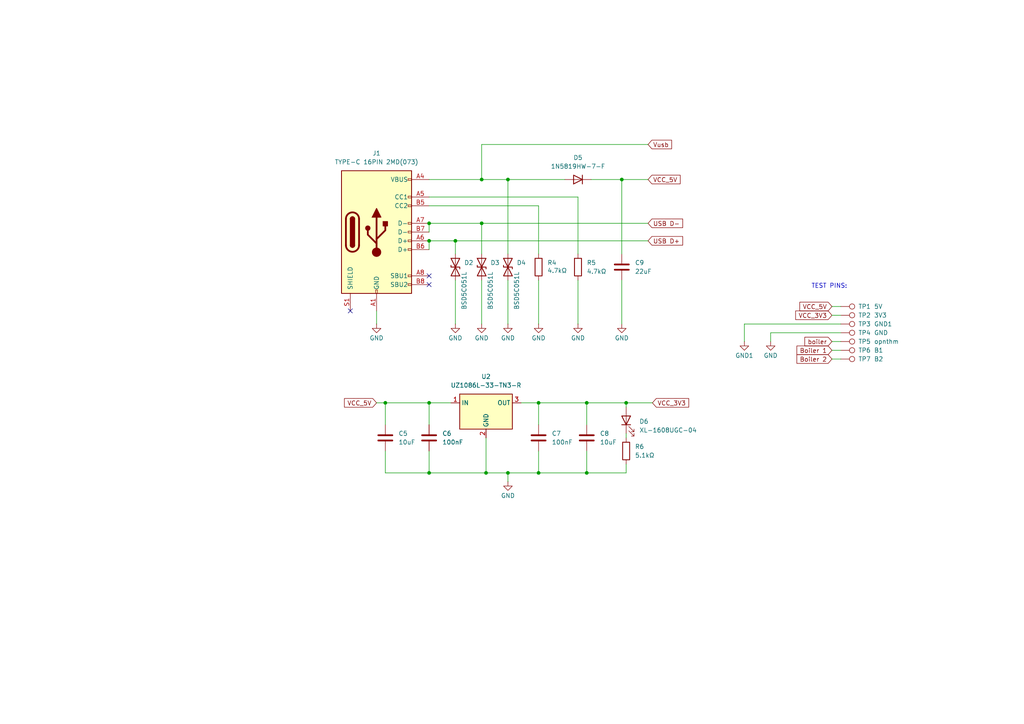
<source format=kicad_sch>
(kicad_sch (version 20231120) (generator "eeschema") (generator_version "8.0")
  (paper "A4")
  (lib_symbols
    (symbol "Connector:TestPoint" (pin_numbers hide) (pin_names (offset 0.762) hide)
      (property "Reference" "TP" (at 0 6.858 0))
      (property "Value" "TestPoint" (at 0 5.08 0))
      (symbol "TestPoint_0_1"
        (circle (center 0 3.302) (radius 0.762))
      )
      (symbol "TestPoint_1_1"
        (pin passive line (at 0 0 90) (length 2.54) (name "1") (number "1"))
      )
    )
    (symbol "Connector:USB_C_Receptacle_USB2.0_16P" (pin_names (offset 1.016))
      (property "Reference" "J" (at 0 22.225 0))
      (property "Value" "USB_C_Receptacle_USB2.0_16P" (at 0 19.685 0))
      (symbol "USB_C_Receptacle_USB2.0_16P_0_0"
        (rectangle (start -0.254 -17.78) (end 0.254 -16.764))
        (rectangle (start 10.16 -14.986) (end 9.144 -15.494))
        (rectangle (start 10.16 -12.446) (end 9.144 -12.954))
        (rectangle (start 10.16 -4.826) (end 9.144 -5.334))
        (rectangle (start 10.16 -2.286) (end 9.144 -2.794))
        (rectangle (start 10.16 0.254) (end 9.144 -0.254))
        (rectangle (start 10.16 2.794) (end 9.144 2.286))
        (rectangle (start 10.16 7.874) (end 9.144 7.366))
        (rectangle (start 10.16 10.414) (end 9.144 9.906))
        (rectangle (start 10.16 15.494) (end 9.144 14.986))
      )
      (symbol "USB_C_Receptacle_USB2.0_16P_0_1"
        (rectangle (start -10.16 17.78) (end 10.16 -17.78) (stroke (width 0.254)) (fill (type background)))
        (arc (start -8.89 -3.81) (mid -6.985 -5.7067) (end -5.08 -3.81) (stroke (width 0.508)))
        (arc (start -7.62 -3.81) (mid -6.985 -4.4423) (end -6.35 -3.81) (stroke (width 0.254)))
        (arc (start -7.62 -3.81) (mid -6.985 -4.4423) (end -6.35 -3.81) (stroke (width 0.254)) (fill (type outline)))
        (rectangle (start -7.62 -3.81) (end -6.35 3.81) (stroke (width 0.254)) (fill (type outline)))
        (arc (start -6.35 3.81) (mid -6.985 4.4423) (end -7.62 3.81) (stroke (width 0.254)))
        (arc (start -6.35 3.81) (mid -6.985 4.4423) (end -7.62 3.81) (stroke (width 0.254)) (fill (type outline)))
        (arc (start -5.08 3.81) (mid -6.985 5.7067) (end -8.89 3.81) (stroke (width 0.508)))
        (circle (center -2.54 1.143) (radius 0.635) (stroke (width 0.254)) (fill (type outline)))
        (circle (center 0 -5.842) (radius 1.27) (fill (type outline)))
        (polyline (pts (xy -8.89 -3.81) (xy -8.89 3.81)) (stroke (width 0.508)))
        (polyline (pts (xy -5.08 3.81) (xy -5.08 -3.81)) (stroke (width 0.508)))
        (polyline (pts (xy 0 -5.842) (xy 0 4.318)) (stroke (width 0.508)))
        (polyline (pts (xy 0 -3.302) (xy -2.54 -0.762) (xy -2.54 0.508)) (stroke (width 0.508)))
        (polyline (pts (xy 0 -2.032) (xy 2.54 0.508) (xy 2.54 1.778)) (stroke (width 0.508)))
        (polyline (pts (xy -1.27 4.318) (xy 0 6.858) (xy 1.27 4.318) (xy -1.27 4.318)) (stroke (width 0.254)) (fill (type outline)))
        (rectangle (start 1.905 1.778) (end 3.175 3.048) (stroke (width 0.254)) (fill (type outline)))
      )
      (symbol "USB_C_Receptacle_USB2.0_16P_1_1"
        (pin passive line (at 0 -22.86 90) (length 5.08) (name "GND") (number "A1"))
        (pin passive line (at 0 -22.86 90) (length 5.08) hide (name "GND") (number "A12"))
        (pin passive line (at 15.24 15.24 180) (length 5.08) (name "VBUS") (number "A4"))
        (pin bidirectional line (at 15.24 10.16 180) (length 5.08) (name "CC1") (number "A5"))
        (pin bidirectional line (at 15.24 -2.54 180) (length 5.08) (name "D+") (number "A6"))
        (pin bidirectional line (at 15.24 2.54 180) (length 5.08) (name "D-") (number "A7"))
        (pin bidirectional line (at 15.24 -12.7 180) (length 5.08) (name "SBU1") (number "A8"))
        (pin passive line (at 15.24 15.24 180) (length 5.08) hide (name "VBUS") (number "A9"))
        (pin passive line (at 0 -22.86 90) (length 5.08) hide (name "GND") (number "B1"))
        (pin passive line (at 0 -22.86 90) (length 5.08) hide (name "GND") (number "B12"))
        (pin passive line (at 15.24 15.24 180) (length 5.08) hide (name "VBUS") (number "B4"))
        (pin bidirectional line (at 15.24 7.62 180) (length 5.08) (name "CC2") (number "B5"))
        (pin bidirectional line (at 15.24 -5.08 180) (length 5.08) (name "D+") (number "B6"))
        (pin bidirectional line (at 15.24 0 180) (length 5.08) (name "D-") (number "B7"))
        (pin bidirectional line (at 15.24 -15.24 180) (length 5.08) (name "SBU2") (number "B8"))
        (pin passive line (at 15.24 15.24 180) (length 5.08) hide (name "VBUS") (number "B9"))
        (pin passive line (at -7.62 -22.86 90) (length 5.08) (name "SHIELD") (number "S1"))
      )
    )
    (symbol "Device:C" (pin_numbers hide) (pin_names (offset 0.254))
      (property "Reference" "C" (at 0.635 2.54 0))
      (property "Value" "C" (at 0.635 -2.54 0))
      (symbol "C_0_1"
        (polyline (pts (xy -2.032 -0.762) (xy 2.032 -0.762)) (stroke (width 0.508)))
        (polyline (pts (xy -2.032 0.762) (xy 2.032 0.762)) (stroke (width 0.508)))
      )
      (symbol "C_1_1"
        (pin passive line (at 0 3.81 270) (length 2.794) (name "~") (number "1"))
        (pin passive line (at 0 -3.81 90) (length 2.794) (name "~") (number "2"))
      )
    )
    (symbol "Device:D" (pin_numbers hide) (pin_names (offset 1.016) hide)
      (property "Reference" "D" (at 0 2.54 0))
      (property "Value" "D" (at 0 -2.54 0))
      (symbol "D_0_1"
        (polyline (pts (xy -1.27 1.27) (xy -1.27 -1.27)) (stroke (width 0.254)))
        (polyline (pts (xy 1.27 0) (xy -1.27 0)))
        (polyline (pts (xy 1.27 1.27) (xy 1.27 -1.27) (xy -1.27 0) (xy 1.27 1.27)) (stroke (width 0.254)))
      )
      (symbol "D_1_1"
        (pin passive line (at -3.81 0 0) (length 2.54) (name "K") (number "1"))
        (pin passive line (at 3.81 0 180) (length 2.54) (name "A") (number "2"))
      )
    )
    (symbol "Device:LED" (pin_numbers hide) (pin_names (offset 1.016) hide)
      (property "Reference" "D" (at 0 2.54 0))
      (property "Value" "LED" (at 0 -2.54 0))
      (symbol "LED_0_1"
        (polyline (pts (xy -1.27 -1.27) (xy -1.27 1.27)) (stroke (width 0.254)))
        (polyline (pts (xy -1.27 0) (xy 1.27 0)))
        (polyline (pts (xy 1.27 -1.27) (xy 1.27 1.27) (xy -1.27 0) (xy 1.27 -1.27)) (stroke (width 0.254)))
        (polyline (pts (xy -3.048 -0.762) (xy -4.572 -2.286) (xy -3.81 -2.286) (xy -4.572 -2.286) (xy -4.572 -1.524)))
        (polyline (pts (xy -1.778 -0.762) (xy -3.302 -2.286) (xy -2.54 -2.286) (xy -3.302 -2.286) (xy -3.302 -1.524)))
      )
      (symbol "LED_1_1"
        (pin passive line (at -3.81 0 0) (length 2.54) (name "K") (number "1"))
        (pin passive line (at 3.81 0 180) (length 2.54) (name "A") (number "2"))
      )
    )
    (symbol "Device:R" (pin_numbers hide) (pin_names (offset 0))
      (property "Reference" "R" (at 2.032 0 90))
      (property "Value" "R" (at 0 0 90))
      (symbol "R_0_1"
        (rectangle (start -1.016 -2.54) (end 1.016 2.54) (stroke (width 0.254)))
      )
      (symbol "R_1_1"
        (pin passive line (at 0 3.81 270) (length 1.27) (name "~") (number "1"))
        (pin passive line (at 0 -3.81 90) (length 1.27) (name "~") (number "2"))
      )
    )
    (symbol "Diode:5KPxxCA" (pin_numbers hide) (pin_names (offset 1.016) hide)
      (property "Reference" "D" (at 0 2.54 0))
      (property "Value" "5KPxxCA" (at 0 -2.54 0))
      (symbol "5KPxxCA_0_1"
        (polyline (pts (xy 1.27 0) (xy -1.27 0)))
        (polyline (pts (xy -2.54 -1.27) (xy 0 0) (xy -2.54 1.27) (xy -2.54 -1.27)) (stroke (width 0.254)))
        (polyline (pts (xy 0.508 1.27) (xy 0 1.27) (xy 0 -1.27) (xy -0.508 -1.27)) (stroke (width 0.254)))
        (polyline (pts (xy 2.54 1.27) (xy 2.54 -1.27) (xy 0 0) (xy 2.54 1.27)) (stroke (width 0.254)))
      )
      (symbol "5KPxxCA_1_1"
        (pin passive line (at -3.81 0 0) (length 2.54) (name "A1") (number "1"))
        (pin passive line (at 3.81 0 180) (length 2.54) (name "A2") (number "2"))
      )
    )
    (symbol "Regulator_Linear:LT1963AxST-1.5"
      (property "Reference" "U" (at -7.62 6.35 0))
      (property "Value" "LT1963AxST-1.5" (at -1.27 6.35 0))
      (symbol "LT1963AxST-1.5_0_1"
        (rectangle (start -7.62 5.08) (end 7.62 -5.08) (stroke (width 0.254)) (fill (type background)))
      )
      (symbol "LT1963AxST-1.5_1_1"
        (pin power_in line (at -10.16 2.54 0) (length 2.54) (name "IN") (number "1"))
        (pin power_in line (at 0 -7.62 90) (length 2.54) (name "GND") (number "2"))
        (pin power_out line (at 10.16 2.54 180) (length 2.54) (name "OUT") (number "3"))
      )
    )
    (symbol "power:GND" (power) (pin_numbers hide) (pin_names (offset 0) hide)
      (property "Value" "GND" (at 0 -3.81 0))
      (symbol "GND_0_1"
        (polyline (pts (xy 0 0) (xy 0 -1.27) (xy 1.27 -1.27) (xy 0 -2.54) (xy -1.27 -1.27) (xy 0 -1.27)))
      )
      (symbol "GND_1_1"
        (pin power_in line (at 0 0 270) (length 0) (name "~") (number "1"))
      )
    )
  )
  (junction (at 124.46 64.77))
  (junction (at 139.7 64.77))
  (junction (at 180.34 52.07))
  (junction (at 124.46 137.16))
  (junction (at 140.97 137.16))
  (junction (at 156.21 137.16))
  (junction (at 147.32 137.16))
  (junction (at 181.61 116.84))
  (junction (at 139.7 52.07))
  (junction (at 132.08 69.85))
  (junction (at 170.18 137.16))
  (junction (at 156.21 116.84))
  (junction (at 124.46 116.84))
  (junction (at 170.18 116.84))
  (junction (at 147.32 52.07))
  (junction (at 111.76 116.84))
  (junction (at 124.46 69.85))
  (no_connect (at 124.46 80.01))
  (no_connect (at 124.46 82.55))
  (no_connect (at 101.6 90.17))
  (wire (pts (xy 156.21 137.16) (xy 170.18 137.16)))
  (wire (pts (xy 223.52 99.06) (xy 223.52 96.52)))
  (wire (pts (xy 139.7 64.77) (xy 187.96 64.77)))
  (wire (pts (xy 111.76 123.19) (xy 111.76 116.84)))
  (wire (pts (xy 140.97 127) (xy 140.97 137.16)))
  (wire (pts (xy 181.61 125.73) (xy 181.61 127)))
  (wire (pts (xy 170.18 130.81) (xy 170.18 137.16)))
  (wire (pts (xy 156.21 59.69) (xy 124.46 59.69)))
  (wire (pts (xy 170.18 116.84) (xy 181.61 116.84)))
  (wire (pts (xy 241.3 88.9) (xy 243.84 88.9)))
  (wire (pts (xy 181.61 116.84) (xy 189.23 116.84)))
  (wire (pts (xy 111.76 137.16) (xy 111.76 130.81)))
  (wire (pts (xy 147.32 73.66) (xy 147.32 52.07)))
  (wire (pts (xy 139.7 41.91) (xy 139.7 52.07)))
  (wire (pts (xy 180.34 52.07) (xy 187.96 52.07)))
  (wire (pts (xy 139.7 64.77) (xy 124.46 64.77)))
  (wire (pts (xy 180.34 81.28) (xy 180.34 93.98)))
  (wire (pts (xy 139.7 81.28) (xy 139.7 93.98)))
  (wire (pts (xy 147.32 137.16) (xy 147.32 139.7)))
  (wire (pts (xy 139.7 41.91) (xy 187.96 41.91)))
  (wire (pts (xy 241.3 101.6) (xy 243.84 101.6)))
  (wire (pts (xy 215.9 93.98) (xy 243.84 93.98)))
  (wire (pts (xy 156.21 137.16) (xy 147.32 137.16)))
  (wire (pts (xy 124.46 116.84) (xy 130.81 116.84)))
  (wire (pts (xy 167.64 93.98) (xy 167.64 81.28)))
  (wire (pts (xy 139.7 73.66) (xy 139.7 64.77)))
  (wire (pts (xy 223.52 96.52) (xy 243.84 96.52)))
  (wire (pts (xy 124.46 130.81) (xy 124.46 137.16)))
  (wire (pts (xy 147.32 81.28) (xy 147.32 93.98)))
  (wire (pts (xy 124.46 64.77) (xy 124.46 67.31)))
  (wire (pts (xy 241.3 91.44) (xy 243.84 91.44)))
  (wire (pts (xy 167.64 73.66) (xy 167.64 57.15)))
  (wire (pts (xy 151.13 116.84) (xy 156.21 116.84)))
  (wire (pts (xy 181.61 134.62) (xy 181.61 137.16)))
  (wire (pts (xy 109.22 90.17) (xy 109.22 93.98)))
  (wire (pts (xy 111.76 116.84) (xy 124.46 116.84)))
  (wire (pts (xy 132.08 69.85) (xy 187.96 69.85)))
  (wire (pts (xy 109.22 116.84) (xy 111.76 116.84)))
  (wire (pts (xy 111.76 137.16) (xy 124.46 137.16)))
  (wire (pts (xy 132.08 81.28) (xy 132.08 93.98)))
  (wire (pts (xy 156.21 116.84) (xy 170.18 116.84)))
  (wire (pts (xy 181.61 116.84) (xy 181.61 118.11)))
  (wire (pts (xy 171.45 52.07) (xy 180.34 52.07)))
  (wire (pts (xy 124.46 57.15) (xy 167.64 57.15)))
  (wire (pts (xy 124.46 116.84) (xy 124.46 123.19)))
  (wire (pts (xy 139.7 52.07) (xy 147.32 52.07)))
  (wire (pts (xy 132.08 69.85) (xy 124.46 69.85)))
  (wire (pts (xy 181.61 137.16) (xy 170.18 137.16)))
  (wire (pts (xy 147.32 137.16) (xy 140.97 137.16)))
  (wire (pts (xy 156.21 116.84) (xy 156.21 123.19)))
  (wire (pts (xy 241.3 99.06) (xy 243.84 99.06)))
  (wire (pts (xy 156.21 130.81) (xy 156.21 137.16)))
  (wire (pts (xy 147.32 52.07) (xy 163.83 52.07)))
  (wire (pts (xy 140.97 137.16) (xy 124.46 137.16)))
  (wire (pts (xy 241.3 104.14) (xy 243.84 104.14)))
  (wire (pts (xy 156.21 73.66) (xy 156.21 59.69)))
  (wire (pts (xy 124.46 69.85) (xy 124.46 72.39)))
  (wire (pts (xy 156.21 93.98) (xy 156.21 81.28)))
  (wire (pts (xy 170.18 116.84) (xy 170.18 123.19)))
  (wire (pts (xy 215.9 99.06) (xy 215.9 93.98)))
  (wire (pts (xy 124.46 52.07) (xy 139.7 52.07)))
  (wire (pts (xy 180.34 52.07) (xy 180.34 73.66)))
  (wire (pts (xy 132.08 73.66) (xy 132.08 69.85)))
  (text "TEST PINS:" (at 240.538 83.058 0) (effects (font (size 1.27 1.27))))
  (global_label "VCC_3V3" (shape input) (at 189.23 116.84 0) (property "Intersheetrefs" "${INTERSHEET_REFS}" (effects (hide yes))))
  (global_label "Vusb" (shape input) (at 187.96 41.91 0) (property "Intersheetrefs" "${INTERSHEET_REFS}" (effects (hide yes))))
  (global_label "boiler" (shape input) (at 241.3 99.06 180) (property "Intersheetrefs" "${INTERSHEET_REFS}" (effects (hide yes))))
  (global_label "VCC_5V" (shape input) (at 187.96 52.07 0) (property "Intersheetrefs" "${INTERSHEET_REFS}" (effects (hide yes))))
  (global_label "Boiler 1" (shape input) (at 241.3 101.6 180) (property "Intersheetrefs" "${INTERSHEET_REFS}" (effects (hide yes))))
  (global_label "Boiler 2" (shape input) (at 241.3 104.14 180) (property "Intersheetrefs" "${INTERSHEET_REFS}" (effects (hide yes))))
  (global_label "VCC_3V3" (shape input) (at 241.3 91.44 180) (property "Intersheetrefs" "${INTERSHEET_REFS}" (effects (hide yes))))
  (global_label "VCC_5V" (shape input) (at 241.3 88.9 180) (property "Intersheetrefs" "${INTERSHEET_REFS}" (effects (hide yes))))
  (global_label "USB D+" (shape input) (at 187.96 69.85 0) (property "Intersheetrefs" "${INTERSHEET_REFS}" (effects (hide yes))))
  (global_label "USB D-" (shape input) (at 187.96 64.77 0) (property "Intersheetrefs" "${INTERSHEET_REFS}" (effects (hide yes))))
  (global_label "VCC_5V" (shape input) (at 109.22 116.84 180) (property "Intersheetrefs" "${INTERSHEET_REFS}" (effects (hide yes))))
  (symbol (lib_id "Device:LED") (at 181.61 121.92 90) (unit 1)
    (property "Reference" "D6" (at 185.42 122.2374 90) (effects (justify right)))
    (property "Value" "XL-1608UGC-04" (at 185.42 124.7774 90) (effects (justify right)))
    (property "Footprint" "LED_SMD:LED_0603_1608Metric" (effects (hide yes)))
    (property "Datasheet" "https://wmsc.lcsc.com/wmsc/upload/file/pdf/v2/lcsc/2402181505_XINGLIGHT-XL-1608UGC-04_C965804.pdf" (effects (hide yes)))
    (property "Description" "LED, green, 520nm" (effects (hide yes)))
    (property "LCSC Part # " "C965804" (effects (hide yes)))
  )
  (symbol (lib_id "power:GND") (at 167.64 93.98 0) (unit 1)
    (property "Reference" "#PWR015" (effects (hide yes)))
    (property "Value" "GND" (at 167.64 98.044 0))
    (property "Description" "Power symbol creates a global label with name \"GND\" , ground" (effects (hide yes)))
  )
  (symbol (lib_id "power:GND") (at 139.7 93.98 0) (unit 1)
    (property "Reference" "#PWR011" (effects (hide yes)))
    (property "Value" "GND" (at 139.7 98.044 0))
    (property "Description" "Power symbol creates a global label with name \"GND\" , ground" (effects (hide yes)))
  )
  (symbol (lib_id "Device:C") (at 124.46 127 0) (unit 1)
    (property "Reference" "C6" (at 128.27 125.7299 0) (effects (justify left)))
    (property "Value" "100nF" (at 128.27 128.2699 0) (effects (justify left)))
    (property "Footprint" "Capacitor_SMD:C_0603_1608Metric" (effects (hide yes)))
    (property "Datasheet" "https://www.lcsc.com/datasheet/lcsc_datasheet_2211101700_YAGEO-CC0603KRX7R9BB104_C14663.pdf" (effects (hide yes)))
    (property "Description" "50V 100nF X7R ±10% 0603 Multilayer Ceramic Capacitors MLCC - SMD/SMT ROHS" (effects (hide yes)))
    (property "LCSC Part # " "C14663" (effects (hide yes)))
  )
  (symbol (lib_id "Connector:TestPoint") (at 243.84 93.98 270) (unit 1)
    (property "Reference" "TP3" (at 248.92 93.98 90) (effects (justify left)))
    (property "Value" "GND1" (at 253.492 93.98 90) (effects (justify left)))
    (property "Footprint" "TestPoint:TestPoint_Keystone_5015_Micro-Minature" (effects (hide yes)))
    (property "Datasheet" "https://wmsc.lcsc.com/wmsc/upload/file/pdf/v2/lcsc/2310260935_ronghe-RH-5015_C5199798.pdf" (effects (hide yes)))
    (property "Description" "test point" (effects (hide yes)))
    (property "LCSC Part #" "C5199798" (effects (hide yes)))
  )
  (symbol (lib_id "Regulator_Linear:LT1963AxST-1.5") (at 140.97 119.38 0) (unit 1)
    (property "Reference" "U2" (at 140.97 109.22 0))
    (property "Value" "UZ1086L-33-TN3-R" (at 140.97 111.76 0))
    (property "Footprint" "Package_TO_SOT_SMD:TO-252-2" (effects (hide yes)))
    (property "Datasheet" "https://www.lcsc.com/datasheet/lcsc_datasheet_1810111219_UTC-Unisonic-Tech-UZ1086L-33-TN3-R_C125862.pdf" (effects (hide yes)))
    (property "Description" "72dB@(120Hz) 1.5A Fixed 3.3V Positive electrode 7.5V TO-252-2(DPAK) Voltage Regulators - Linear, Low Drop Out (LDO) Regulators ROHS" (effects (hide yes)))
    (property "LCSC Part # " "C125862" (effects (hide yes)))
  )
  (symbol (lib_id "Diode:5KPxxCA") (at 132.08 77.47 90) (unit 1)
    (property "Reference" "D2" (at 134.62 76.1999 90) (effects (justify right)))
    (property "Value" "BSD5C051L" (at 134.62 78.7399 0) (effects (justify right)))
    (property "Footprint" "Diode_SMD:D_SOD-523" (effects (hide yes)))
    (property "Datasheet" "https://www.lcsc.com/datasheet/lcsc_datasheet_1810161421_BORN-BSD5C051L_C151983.pdf" (effects (hide yes)))
    (property "Description" "3A@8/20us 13V 6V 5V SOD-523 ESD and Surge Protection (TVS/ESD) ROHS" (effects (hide yes)))
    (property "LCSC Part # " "C151983" (effects (hide yes)))
  )
  (symbol (lib_id "Connector:TestPoint") (at 243.84 104.14 270) (unit 1)
    (property "Reference" "TP7" (at 248.92 104.14 90) (effects (justify left)))
    (property "Value" "B2" (at 253.492 104.14 90) (effects (justify left)))
    (property "Footprint" "TestPoint:TestPoint_Keystone_5015_Micro-Minature" (effects (hide yes)))
    (property "Datasheet" "https://wmsc.lcsc.com/wmsc/upload/file/pdf/v2/lcsc/2310260935_ronghe-RH-5015_C5199798.pdf" (effects (hide yes)))
    (property "Description" "test point" (effects (hide yes)))
    (property "LCSC Part #" "C5199798" (effects (hide yes)))
  )
  (symbol (lib_id "Device:R") (at 156.21 77.47 180) (unit 1)
    (property "Reference" "R4" (at 158.75 76.1999 0) (effects (justify right)))
    (property "Value" "4.7kΩ" (at 158.75 78.486 0) (effects (justify right)))
    (property "Footprint" "Resistor_SMD:R_0603_1608Metric" (effects (hide yes)))
    (property "Description" "100mW Thick Film Resistors 75V ±100ppm/℃ ±1% 4.7kΩ 0603 Chip Resistor - Surface Mount ROHS" (effects (hide yes)))
    (property "LCSC Part # " "C23162" (effects (hide yes)))
  )
  (symbol (lib_id "Device:C") (at 180.34 77.47 0) (unit 1)
    (property "Reference" "C9" (at 184.15 76.1999 0) (effects (justify left)))
    (property "Value" "22uF" (at 184.15 78.7399 0) (effects (justify left)))
    (property "Footprint" "Capacitor_SMD:C_0805_2012Metric" (effects (hide yes)))
    (property "Datasheet" "https://www.lcsc.com/datasheet/lcsc_datasheet_2304140030_Samsung-Electro-Mechanics-CL21A226MAQNNNE_C45783.pdf" (effects (hide yes)))
    (property "Description" "25V 22uF X5R ±20% 0805 Multilayer Ceramic Capacitors MLCC - SMD/SMT ROHS" (effects (hide yes)))
    (property "LCSC Part # " "C45783" (effects (hide yes)))
  )
  (symbol (lib_id "Device:C") (at 170.18 127 0) (unit 1)
    (property "Reference" "C8" (at 173.99 125.7299 0) (effects (justify left)))
    (property "Value" "10uF" (at 173.99 128.2699 0) (effects (justify left)))
    (property "Footprint" "Capacitor_SMD:C_0402_1005Metric" (effects (hide yes)))
    (property "Datasheet" "https://www.lcsc.com/datasheet/lcsc_datasheet_2208231630_Samsung-Electro-Mechanics-CL05A106MQ5NUNC_C15525.pdf" (effects (hide yes)))
    (property "Description" "6.3V 10uF X5R ±20% 0402 Multilayer Ceramic Capacitors MLCC - SMD/SMT ROHS" (effects (hide yes)))
    (property "LCSC Part # " "C15525" (effects (hide yes)))
  )
  (symbol (lib_id "Device:R") (at 181.61 130.81 180) (unit 1)
    (property "Reference" "R6" (at 184.15 129.5399 0) (effects (justify right)))
    (property "Value" "5.1kΩ" (at 184.15 132.0799 0) (effects (justify right)))
    (property "Footprint" "Resistor_SMD:R_0603_1608Metric" (effects (hide yes)))
    (property "Description" "100mW Thick Film Resistors 75V ±100ppm/℃ ±1% 5.1kΩ 0603 Chip Resistor - Surface Mount ROHS" (effects (hide yes)))
    (property "LCSC Part # " "C23186" (effects (hide yes)))
  )
  (symbol (lib_id "power:GND") (at 147.32 139.7 0) (unit 1)
    (property "Reference" "#PWR012" (effects (hide yes)))
    (property "Value" "GND" (at 147.32 143.764 0))
    (property "Description" "Power symbol creates a global label with name \"GND\" , ground" (effects (hide yes)))
  )
  (symbol (lib_id "Connector:TestPoint") (at 243.84 91.44 270) (unit 1)
    (property "Reference" "TP2" (at 248.92 91.44 90) (effects (justify left)))
    (property "Value" "3V3" (at 253.492 91.44 90) (effects (justify left)))
    (property "Footprint" "TestPoint:TestPoint_Keystone_5015_Micro-Minature" (effects (hide yes)))
    (property "Datasheet" "https://wmsc.lcsc.com/wmsc/upload/file/pdf/v2/lcsc/2310260935_ronghe-RH-5015_C5199798.pdf" (effects (hide yes)))
    (property "Description" "test point" (effects (hide yes)))
    (property "LCSC Part #" "C5199798" (effects (hide yes)))
  )
  (symbol (lib_id "power:GND") (at 156.21 93.98 0) (unit 1)
    (property "Reference" "#PWR014" (effects (hide yes)))
    (property "Value" "GND" (at 156.21 98.044 0))
    (property "Description" "Power symbol creates a global label with name \"GND\" , ground" (effects (hide yes)))
  )
  (symbol (lib_id "power:GND") (at 109.22 93.98 0) (unit 1)
    (property "Reference" "#PWR09" (effects (hide yes)))
    (property "Value" "GND" (at 109.22 98.044 0))
    (property "Description" "Power symbol creates a global label with name \"GND\" , ground" (effects (hide yes)))
  )
  (symbol (lib_id "Device:C") (at 111.76 127 0) (unit 1)
    (property "Reference" "C5" (at 115.57 125.7299 0) (effects (justify left)))
    (property "Value" "10uF" (at 115.57 128.2699 0) (effects (justify left)))
    (property "Footprint" "Capacitor_SMD:C_0402_1005Metric" (effects (hide yes)))
    (property "Datasheet" "https://www.lcsc.com/datasheet/lcsc_datasheet_2208231630_Samsung-Electro-Mechanics-CL05A106MQ5NUNC_C15525.pdf" (effects (hide yes)))
    (property "Description" "6.3V 10uF X5R ±20% 0402 Multilayer Ceramic Capacitors MLCC - SMD/SMT ROHS" (effects (hide yes)))
    (property "LCSC Part # " "C15525" (effects (hide yes)))
  )
  (symbol (lib_id "power:GND") (at 223.52 99.06 0) (unit 1)
    (property "Reference" "#PWR018" (effects (hide yes)))
    (property "Value" "GND" (at 223.52 103.124 0))
    (property "Description" "Power symbol creates a global label with name \"GND\" , ground" (effects (hide yes)))
  )
  (symbol (lib_id "Device:C") (at 156.21 127 0) (unit 1)
    (property "Reference" "C7" (at 160.02 125.7299 0) (effects (justify left)))
    (property "Value" "100nF" (at 160.02 128.2699 0) (effects (justify left)))
    (property "Footprint" "Capacitor_SMD:C_0603_1608Metric" (effects (hide yes)))
    (property "Datasheet" "https://www.lcsc.com/datasheet/lcsc_datasheet_2211101700_YAGEO-CC0603KRX7R9BB104_C14663.pdf" (effects (hide yes)))
    (property "Description" "50V 100nF X7R ±10% 0603 Multilayer Ceramic Capacitors MLCC - SMD/SMT ROHS" (effects (hide yes)))
    (property "LCSC Part # " "C14663" (effects (hide yes)))
  )
  (symbol (lib_id "power:GND") (at 215.9 99.06 0) (unit 1)
    (property "Reference" "#PWR017" (effects (hide yes)))
    (property "Value" "GND1" (at 215.9 103.124 0))
    (property "Description" "Power symbol creates a global label with name \"GND\" , ground" (effects (hide yes)))
  )
  (symbol (lib_id "Device:R") (at 167.64 77.47 180) (unit 1)
    (property "Reference" "R5" (at 170.18 76.1999 0) (effects (justify right)))
    (property "Value" "4.7kΩ" (at 170.18 78.7399 0) (effects (justify right)))
    (property "Footprint" "Resistor_SMD:R_0603_1608Metric" (effects (hide yes)))
    (property "Description" "100mW Thick Film Resistors 75V ±100ppm/℃ ±1% 4.7kΩ 0603 Chip Resistor - Surface Mount ROHS" (effects (hide yes)))
    (property "LCSC Part # " "C23162" (effects (hide yes)))
  )
  (symbol (lib_id "Device:D") (at 167.64 52.07 180) (unit 1)
    (property "Reference" "D5" (at 167.64 45.72 0))
    (property "Value" "1N5819HW-7-F" (at 167.64 48.26 0))
    (property "Footprint" "Diode_SMD:D_SOD-123" (effects (hide yes)))
    (property "Datasheet" "https://www.lcsc.com/datasheet/lcsc_datasheet_1811121309_Diodes-Incorporated-1N5819HW-7-F_C82544.pdf" (effects (hide yes)))
    (property "Description" "40V 450mV@1A 1A SOD-123 Schottky Diodes ROHS" (effects (hide yes)))
    (property "Sim.Device" "D" (effects (hide yes)))
    (property "Sim.Pins" "1=K 2=A" (effects (hide yes)))
    (property "LCSC Part # " "C82544" (effects (hide yes)))
  )
  (symbol (lib_id "Diode:5KPxxCA") (at 139.7 77.47 90) (unit 1)
    (property "Reference" "D3" (at 142.24 76.1999 90) (effects (justify right)))
    (property "Value" "BSD5C051L" (at 142.24 78.7399 0) (effects (justify right)))
    (property "Footprint" "Diode_SMD:D_SOD-523" (effects (hide yes)))
    (property "Datasheet" "https://www.lcsc.com/datasheet/lcsc_datasheet_1810161421_BORN-BSD5C051L_C151983.pdf" (effects (hide yes)))
    (property "Description" "3A@8/20us 13V 6V 5V SOD-523 ESD and Surge Protection (TVS/ESD) ROHS" (effects (hide yes)))
    (property "LCSC Part # " "C151983" (effects (hide yes)))
  )
  (symbol (lib_id "Connector:TestPoint") (at 243.84 88.9 270) (unit 1)
    (property "Reference" "TP1" (at 248.92 88.9 90) (effects (justify left)))
    (property "Value" "5V" (at 253.492 88.9 90) (effects (justify left)))
    (property "Footprint" "TestPoint:TestPoint_Keystone_5015_Micro-Minature" (effects (hide yes)))
    (property "Datasheet" "https://wmsc.lcsc.com/wmsc/upload/file/pdf/v2/lcsc/2310260935_ronghe-RH-5015_C5199798.pdf" (effects (hide yes)))
    (property "Description" "test point" (effects (hide yes)))
    (property "LCSC Part #" "C5199798" (effects (hide yes)))
  )
  (symbol (lib_id "Connector:TestPoint") (at 243.84 99.06 270) (unit 1)
    (property "Reference" "TP5" (at 248.92 99.06 90) (effects (justify left)))
    (property "Value" "opnthm" (at 253.492 99.06 90) (effects (justify left)))
    (property "Footprint" "TestPoint:TestPoint_Keystone_5015_Micro-Minature" (effects (hide yes)))
    (property "Datasheet" "https://wmsc.lcsc.com/wmsc/upload/file/pdf/v2/lcsc/2310260935_ronghe-RH-5015_C5199798.pdf" (effects (hide yes)))
    (property "Description" "test point" (effects (hide yes)))
    (property "LCSC Part #" "C5199798" (effects (hide yes)))
  )
  (symbol (lib_id "power:GND") (at 180.34 93.98 0) (unit 1)
    (property "Reference" "#PWR016" (effects (hide yes)))
    (property "Value" "GND" (at 180.34 98.044 0))
    (property "Description" "Power symbol creates a global label with name \"GND\" , ground" (effects (hide yes)))
  )
  (symbol (lib_id "power:GND") (at 132.08 93.98 0) (unit 1)
    (property "Reference" "#PWR010" (effects (hide yes)))
    (property "Value" "GND" (at 132.08 98.044 0))
    (property "Description" "Power symbol creates a global label with name \"GND\" , ground" (effects (hide yes)))
  )
  (symbol (lib_id "Connector:TestPoint") (at 243.84 101.6 270) (unit 1)
    (property "Reference" "TP6" (at 248.92 101.6 90) (effects (justify left)))
    (property "Value" "B1" (at 253.492 101.6 90) (effects (justify left)))
    (property "Footprint" "TestPoint:TestPoint_Keystone_5015_Micro-Minature" (effects (hide yes)))
    (property "Datasheet" "https://wmsc.lcsc.com/wmsc/upload/file/pdf/v2/lcsc/2310260935_ronghe-RH-5015_C5199798.pdf" (effects (hide yes)))
    (property "Description" "test point" (effects (hide yes)))
    (property "LCSC Part #" "C5199798" (effects (hide yes)))
  )
  (symbol (lib_id "Connector:TestPoint") (at 243.84 96.52 270) (unit 1)
    (property "Reference" "TP4" (at 248.92 96.52 90) (effects (justify left)))
    (property "Value" "GND" (at 253.492 96.52 90) (effects (justify left)))
    (property "Footprint" "TestPoint:TestPoint_Keystone_5015_Micro-Minature" (effects (hide yes)))
    (property "Datasheet" "https://wmsc.lcsc.com/wmsc/upload/file/pdf/v2/lcsc/2310260935_ronghe-RH-5015_C5199798.pdf" (effects (hide yes)))
    (property "Description" "test point" (effects (hide yes)))
    (property "LCSC Part #" "C5199798" (effects (hide yes)))
  )
  (symbol (lib_id "Diode:5KPxxCA") (at 147.32 77.47 90) (unit 1)
    (property "Reference" "D4" (at 149.86 76.1999 90) (effects (justify right)))
    (property "Value" "BSD5C051L" (at 149.86 78.7399 0) (effects (justify right)))
    (property "Footprint" "Diode_SMD:D_SOD-523" (effects (hide yes)))
    (property "Datasheet" "https://www.lcsc.com/datasheet/lcsc_datasheet_1810161421_BORN-BSD5C051L_C151983.pdf" (effects (hide yes)))
    (property "Description" "3A@8/20us 13V 6V 5V SOD-523 ESD and Surge Protection (TVS/ESD) ROHS" (effects (hide yes)))
    (property "LCSC Part # " "C151983" (effects (hide yes)))
  )
  (symbol (lib_id "power:GND") (at 147.32 93.98 0) (unit 1)
    (property "Reference" "#PWR013" (effects (hide yes)))
    (property "Value" "GND" (at 147.32 98.044 0))
    (property "Description" "Power symbol creates a global label with name \"GND\" , ground" (effects (hide yes)))
  )
  (symbol (lib_id "Connector:USB_C_Receptacle_USB2.0_16P") (at 109.22 67.31 0) (unit 1)
    (property "Reference" "J1" (at 109.22 44.45 0))
    (property "Value" "TYPE-C 16PIN 2MD(073)" (at 109.22 46.99 0))
    (property "Footprint" "Connector_USB:USB_C_Receptacle_GCT_USB4105-xx-A_16P_TopMnt_Horizontal" (effects (hide yes)))
    (property "Datasheet" "https://wmsc.lcsc.com/wmsc/upload/file/pdf/v2/lcsc/2111231930_SHOU-HAN-TYPE-C-16PIN-2MD-073_C2765186.pdf" (effects (hide yes)))
    (property "Description" "USB 2.0-only 16P Type-C Receptacle connector" (effects (hide yes)))
    (property "LCSC Part # " "C2765186" (effects (hide yes)))
  )
)
</source>
